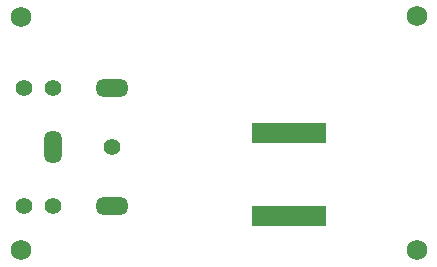
<source format=gbs>
G04*
G04 #@! TF.GenerationSoftware,Altium Limited,Altium Designer,18.1.9 (240)*
G04*
G04 Layer_Color=16711935*
%FSLAX25Y25*%
%MOIN*%
G70*
G01*
G75*
%ADD16R,0.24816X0.07099*%
%ADD17C,0.06800*%
%ADD18O,0.05950X0.11099*%
%ADD19O,0.11099X0.05950*%
%ADD20C,0.05524*%
D16*
X252000Y308000D02*
D03*
Y335559D02*
D03*
D17*
X162500Y374250D02*
D03*
X294500Y374500D02*
D03*
Y296500D02*
D03*
X162500D02*
D03*
D18*
X173315Y331000D02*
D03*
D19*
X193000Y311315D02*
D03*
Y350685D02*
D03*
D20*
X163472D02*
D03*
X173315D02*
D03*
X193000Y331000D02*
D03*
X163472Y311315D02*
D03*
X173315D02*
D03*
M02*

</source>
